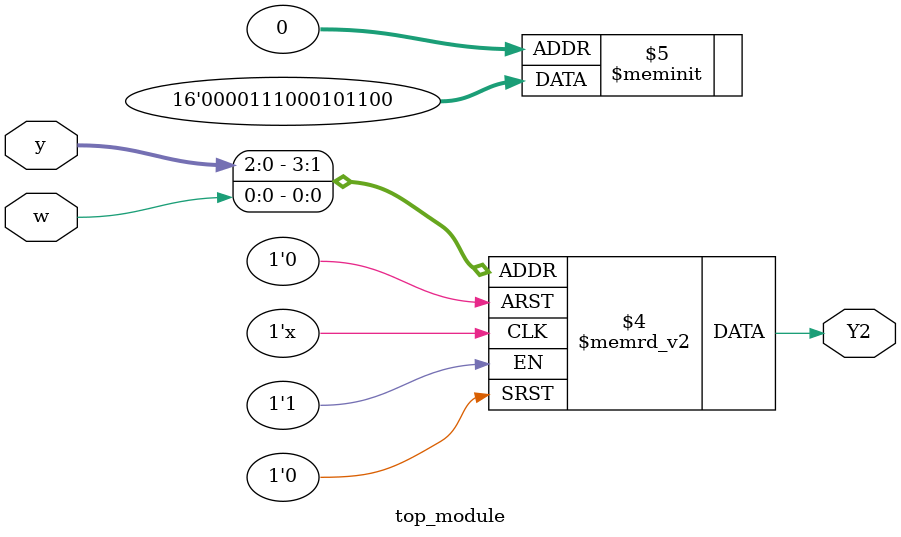
<source format=sv>
module top_module(
	input [2:0] y,
	input w,
	output reg Y2);

	always @(*) begin
		case ({y, w})
			4'h0, 4'h1, 4'h4, 4'h6, 4'h7, 4'h8: Y2 = 0;
			4'h2, 4'h3, 4'h5, 4'h9, 4'hA, 4'hB: Y2 = 1;
			default: Y2 = 0;
		endcase
	end
	
endmodule

</source>
